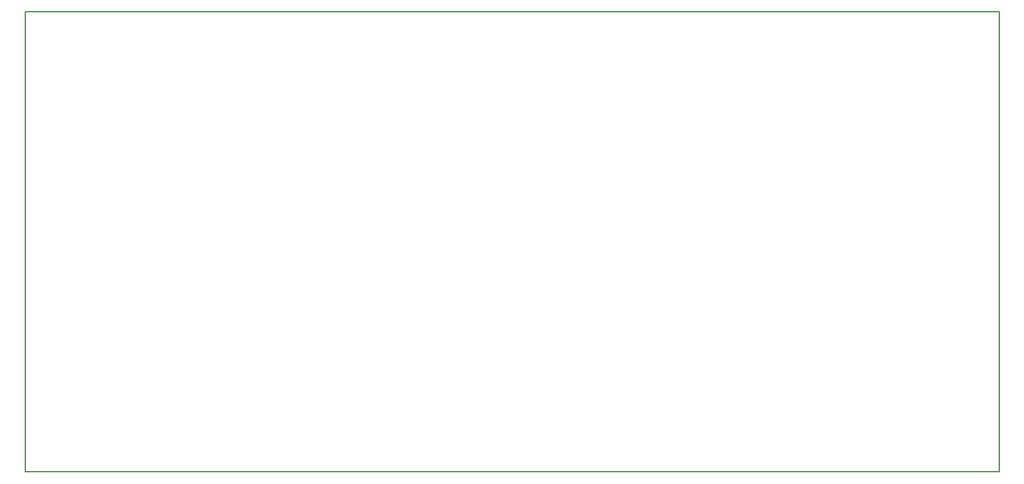
<source format=gm1>
G04 #@! TF.GenerationSoftware,KiCad,Pcbnew,8.0.4*
G04 #@! TF.CreationDate,2024-08-23T16:04:33+02:00*
G04 #@! TF.ProjectId,MCU Powerboard,4d435520-506f-4776-9572-626f6172642e,rev?*
G04 #@! TF.SameCoordinates,Original*
G04 #@! TF.FileFunction,Profile,NP*
%FSLAX46Y46*%
G04 Gerber Fmt 4.6, Leading zero omitted, Abs format (unit mm)*
G04 Created by KiCad (PCBNEW 8.0.4) date 2024-08-23 16:04:33*
%MOMM*%
%LPD*%
G01*
G04 APERTURE LIST*
G04 #@! TA.AperFunction,Profile*
%ADD10C,0.200000*%
G04 #@! TD*
G04 APERTURE END LIST*
D10*
X85000000Y-65000000D02*
X212000000Y-65000000D01*
X212000000Y-125000000D01*
X85000000Y-125000000D01*
X85000000Y-65000000D01*
M02*

</source>
